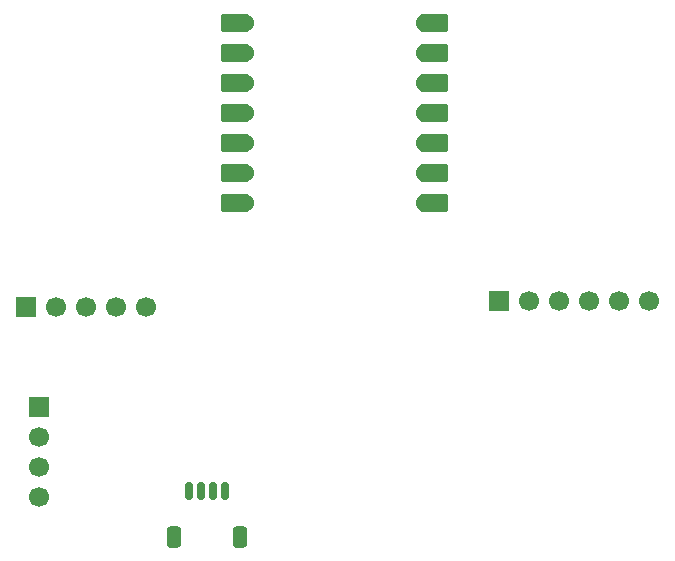
<source format=gbr>
%TF.GenerationSoftware,KiCad,Pcbnew,9.0.2*%
%TF.CreationDate,2025-07-07T13:49:35+02:00*%
%TF.ProjectId,Particulate_matters,50617274-6963-4756-9c61-74655f6d6174,rev?*%
%TF.SameCoordinates,Original*%
%TF.FileFunction,Soldermask,Top*%
%TF.FilePolarity,Negative*%
%FSLAX46Y46*%
G04 Gerber Fmt 4.6, Leading zero omitted, Abs format (unit mm)*
G04 Created by KiCad (PCBNEW 9.0.2) date 2025-07-07 13:49:35*
%MOMM*%
%LPD*%
G01*
G04 APERTURE LIST*
G04 Aperture macros list*
%AMRoundRect*
0 Rectangle with rounded corners*
0 $1 Rounding radius*
0 $2 $3 $4 $5 $6 $7 $8 $9 X,Y pos of 4 corners*
0 Add a 4 corners polygon primitive as box body*
4,1,4,$2,$3,$4,$5,$6,$7,$8,$9,$2,$3,0*
0 Add four circle primitives for the rounded corners*
1,1,$1+$1,$2,$3*
1,1,$1+$1,$4,$5*
1,1,$1+$1,$6,$7*
1,1,$1+$1,$8,$9*
0 Add four rect primitives between the rounded corners*
20,1,$1+$1,$2,$3,$4,$5,0*
20,1,$1+$1,$4,$5,$6,$7,0*
20,1,$1+$1,$6,$7,$8,$9,0*
20,1,$1+$1,$8,$9,$2,$3,0*%
G04 Aperture macros list end*
%ADD10R,1.700000X1.700000*%
%ADD11C,1.700000*%
%ADD12RoundRect,0.150000X-0.150000X-0.625000X0.150000X-0.625000X0.150000X0.625000X-0.150000X0.625000X0*%
%ADD13RoundRect,0.250000X-0.350000X-0.650000X0.350000X-0.650000X0.350000X0.650000X-0.350000X0.650000X0*%
%ADD14RoundRect,0.152400X1.063600X0.609600X-1.063600X0.609600X-1.063600X-0.609600X1.063600X-0.609600X0*%
%ADD15C,1.524000*%
%ADD16RoundRect,0.152400X-1.063600X-0.609600X1.063600X-0.609600X1.063600X0.609600X-1.063600X0.609600X0*%
G04 APERTURE END LIST*
D10*
%TO.C,U5*%
X77470000Y-91440000D03*
D11*
X77470000Y-93980000D03*
X77470000Y-96520000D03*
X77470000Y-99060000D03*
%TD*%
D12*
%TO.C,U3*%
X90194000Y-98584000D03*
X91194000Y-98584000D03*
X92194000Y-98584000D03*
X93194000Y-98584000D03*
D13*
X88894000Y-102459000D03*
X94494000Y-102459000D03*
%TD*%
D10*
%TO.C,U2*%
X76380000Y-83000000D03*
D11*
X78920000Y-83000000D03*
X81460000Y-83000000D03*
X84000000Y-83000000D03*
X86540000Y-83000000D03*
%TD*%
D14*
%TO.C,U1*%
X94039000Y-58908750D03*
D15*
X94874000Y-58908750D03*
D14*
X94039000Y-61448750D03*
D15*
X94874000Y-61448750D03*
D14*
X94039000Y-63988750D03*
D15*
X94874000Y-63988750D03*
D14*
X94039000Y-66528750D03*
D15*
X94874000Y-66528750D03*
D14*
X94039000Y-69068750D03*
D15*
X94874000Y-69068750D03*
D14*
X94039000Y-71608750D03*
D15*
X94874000Y-71608750D03*
D14*
X94039000Y-74148750D03*
D15*
X94874000Y-74148750D03*
X110114000Y-74148750D03*
D16*
X110949000Y-74148750D03*
D15*
X110114000Y-71608750D03*
D16*
X110949000Y-71608750D03*
D15*
X110114000Y-69068750D03*
D16*
X110949000Y-69068750D03*
D15*
X110114000Y-66528750D03*
D16*
X110949000Y-66528750D03*
D15*
X110114000Y-63988750D03*
D16*
X110949000Y-63988750D03*
D15*
X110114000Y-61448750D03*
D16*
X110949000Y-61448750D03*
D15*
X110114000Y-58908750D03*
D16*
X110949000Y-58908750D03*
%TD*%
D10*
%TO.C,U4*%
X116420000Y-82500000D03*
D11*
X118960000Y-82500000D03*
X121500000Y-82500000D03*
X124040000Y-82500000D03*
X126580000Y-82500000D03*
X129120000Y-82500000D03*
%TD*%
M02*

</source>
